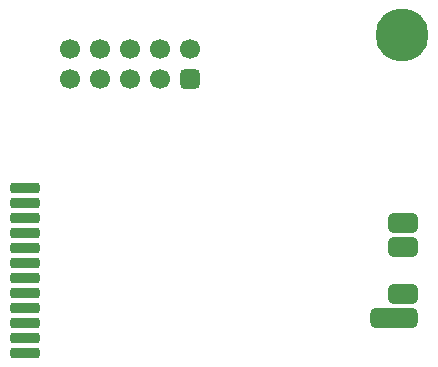
<source format=gbr>
%TF.GenerationSoftware,KiCad,Pcbnew,7.0.1-0*%
%TF.CreationDate,2023-08-23T15:05:17+02:00*%
%TF.ProjectId,ESP32SomfyPOE,45535033-3253-46f6-9d66-79504f452e6b,rev?*%
%TF.SameCoordinates,Original*%
%TF.FileFunction,Soldermask,Top*%
%TF.FilePolarity,Negative*%
%FSLAX46Y46*%
G04 Gerber Fmt 4.6, Leading zero omitted, Abs format (unit mm)*
G04 Created by KiCad (PCBNEW 7.0.1-0) date 2023-08-23 15:05:17*
%MOMM*%
%LPD*%
G01*
G04 APERTURE LIST*
G04 Aperture macros list*
%AMRoundRect*
0 Rectangle with rounded corners*
0 $1 Rounding radius*
0 $2 $3 $4 $5 $6 $7 $8 $9 X,Y pos of 4 corners*
0 Add a 4 corners polygon primitive as box body*
4,1,4,$2,$3,$4,$5,$6,$7,$8,$9,$2,$3,0*
0 Add four circle primitives for the rounded corners*
1,1,$1+$1,$2,$3*
1,1,$1+$1,$4,$5*
1,1,$1+$1,$6,$7*
1,1,$1+$1,$8,$9*
0 Add four rect primitives between the rounded corners*
20,1,$1+$1,$2,$3,$4,$5,0*
20,1,$1+$1,$4,$5,$6,$7,0*
20,1,$1+$1,$6,$7,$8,$9,0*
20,1,$1+$1,$8,$9,$2,$3,0*%
G04 Aperture macros list end*
%ADD10RoundRect,0.225000X-1.025000X0.225000X-1.025000X-0.225000X1.025000X-0.225000X1.025000X0.225000X0*%
%ADD11RoundRect,0.425000X-1.575000X0.425000X-1.575000X-0.425000X1.575000X-0.425000X1.575000X0.425000X0*%
%ADD12RoundRect,0.425000X-0.825000X0.425000X-0.825000X-0.425000X0.825000X-0.425000X0.825000X0.425000X0*%
%ADD13C,4.500000*%
%ADD14C,1.700000*%
%ADD15RoundRect,0.425000X-0.425000X0.425000X-0.425000X-0.425000X0.425000X-0.425000X0.425000X0.425000X0*%
G04 APERTURE END LIST*
D10*
%TO.C,E07-433M20S*%
X87634000Y-78798000D03*
X87634000Y-80068000D03*
X87634000Y-81338000D03*
X87634000Y-82608000D03*
X87634000Y-83878000D03*
X87634000Y-85148000D03*
X87634000Y-86418000D03*
X87634000Y-87688000D03*
X87634000Y-88958000D03*
X87634000Y-90228000D03*
X87634000Y-91498000D03*
X87634000Y-92768000D03*
D11*
X118884000Y-89788000D03*
D12*
X119634000Y-87788000D03*
X119634000Y-83788000D03*
X119634000Y-81788000D03*
%TD*%
D13*
%TO.C,H1*%
X119500000Y-65850000D03*
%TD*%
D14*
%TO.C,UEXT*%
X101600000Y-67056000D03*
D15*
X101600000Y-69596000D03*
D14*
X99060000Y-67056000D03*
X99060000Y-69596000D03*
X96520000Y-67056000D03*
X96520000Y-69596000D03*
X93980000Y-67056000D03*
X93980000Y-69596000D03*
X91440000Y-67056000D03*
X91440000Y-69596000D03*
%TD*%
M02*

</source>
